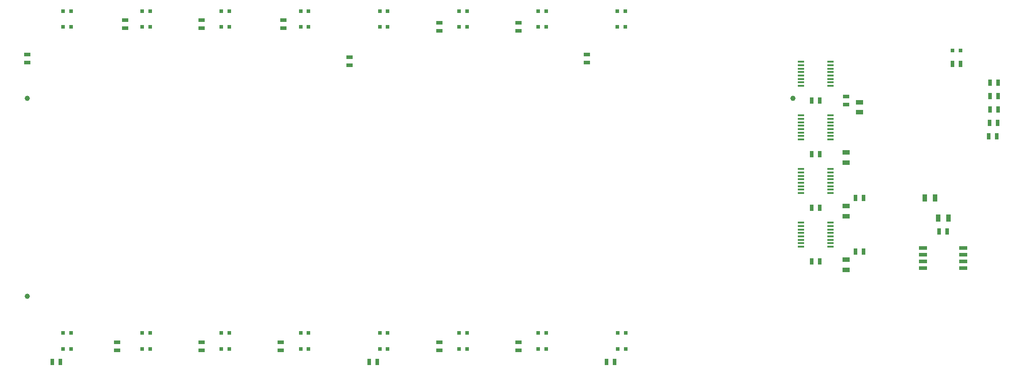
<source format=gtp>
G04 (created by PCBNEW-RS274X (2012-apr-16-27)-stable) date Sun 25 Aug 2013 09:14:28 PM CEST*
G01*
G70*
G90*
%MOIN*%
G04 Gerber Fmt 3.4, Leading zero omitted, Abs format*
%FSLAX34Y34*%
G04 APERTURE LIST*
%ADD10C,0.006000*%
%ADD11R,0.025000X0.045000*%
%ADD12R,0.045000X0.025000*%
%ADD13R,0.059100X0.027600*%
%ADD14R,0.035000X0.055000*%
%ADD15R,0.055000X0.035000*%
%ADD16R,0.031400X0.031400*%
%ADD17R,0.050000X0.015000*%
%ADD18C,0.039400*%
G04 APERTURE END LIST*
G54D10*
G54D11*
X81050Y-38000D03*
X80450Y-38000D03*
X81050Y-34000D03*
X80450Y-34000D03*
G54D12*
X79750Y-27050D03*
X79750Y-26450D03*
G54D11*
X90400Y-29400D03*
X91000Y-29400D03*
X90500Y-27400D03*
X91100Y-27400D03*
X90450Y-28400D03*
X91050Y-28400D03*
X90500Y-26400D03*
X91100Y-26400D03*
X90500Y-25400D03*
X91100Y-25400D03*
G54D13*
X85500Y-37750D03*
X85500Y-38250D03*
X85500Y-38750D03*
X85500Y-39250D03*
X88500Y-39250D03*
X88500Y-38750D03*
X88500Y-38250D03*
X88500Y-37750D03*
G54D14*
X86625Y-35500D03*
X87375Y-35500D03*
X85625Y-34000D03*
X86375Y-34000D03*
G54D11*
X86700Y-36500D03*
X87300Y-36500D03*
G54D15*
X79750Y-30625D03*
X79750Y-31375D03*
G54D11*
X77800Y-30750D03*
X77200Y-30750D03*
X77800Y-26750D03*
X77200Y-26750D03*
G54D15*
X80750Y-26875D03*
X80750Y-27625D03*
X79750Y-34625D03*
X79750Y-35375D03*
G54D11*
X77800Y-34750D03*
X77200Y-34750D03*
X77800Y-38750D03*
X77200Y-38750D03*
G54D15*
X79750Y-38625D03*
X79750Y-39375D03*
G54D11*
X87700Y-24000D03*
X88300Y-24000D03*
G54D16*
X88295Y-23000D03*
X87705Y-23000D03*
G54D17*
X76398Y-27854D03*
X76398Y-28110D03*
X76398Y-28366D03*
X76398Y-28622D03*
X76398Y-28878D03*
X76398Y-29134D03*
X76398Y-29390D03*
X76398Y-29646D03*
X78602Y-29646D03*
X78602Y-29390D03*
X78602Y-29134D03*
X78602Y-28878D03*
X78602Y-28622D03*
X78602Y-28366D03*
X78602Y-28110D03*
X78602Y-27854D03*
X76398Y-23854D03*
X76398Y-24110D03*
X76398Y-24366D03*
X76398Y-24622D03*
X76398Y-24878D03*
X76398Y-25134D03*
X76398Y-25390D03*
X76398Y-25646D03*
X78602Y-25646D03*
X78602Y-25390D03*
X78602Y-25134D03*
X78602Y-24878D03*
X78602Y-24622D03*
X78602Y-24366D03*
X78602Y-24110D03*
X78602Y-23854D03*
X76398Y-31854D03*
X76398Y-32110D03*
X76398Y-32366D03*
X76398Y-32622D03*
X76398Y-32878D03*
X76398Y-33134D03*
X76398Y-33390D03*
X76398Y-33646D03*
X78602Y-33646D03*
X78602Y-33390D03*
X78602Y-33134D03*
X78602Y-32878D03*
X78602Y-32622D03*
X78602Y-32366D03*
X78602Y-32110D03*
X78602Y-31854D03*
X76398Y-35854D03*
X76398Y-36110D03*
X76398Y-36366D03*
X76398Y-36622D03*
X76398Y-36878D03*
X76398Y-37134D03*
X76398Y-37390D03*
X76398Y-37646D03*
X78602Y-37646D03*
X78602Y-37390D03*
X78602Y-37134D03*
X78602Y-36878D03*
X78602Y-36622D03*
X78602Y-36366D03*
X78602Y-36110D03*
X78602Y-35854D03*
G54D16*
X45571Y-21260D03*
X44981Y-21260D03*
X45571Y-20079D03*
X44981Y-20079D03*
G54D12*
X42717Y-24119D03*
X42717Y-23519D03*
X49409Y-21560D03*
X49409Y-20960D03*
G54D16*
X51476Y-20079D03*
X50886Y-20079D03*
X51476Y-21260D03*
X50886Y-21260D03*
X63287Y-21260D03*
X62697Y-21260D03*
X63287Y-20079D03*
X62697Y-20079D03*
G54D12*
X60433Y-23922D03*
X60433Y-23322D03*
X55315Y-21560D03*
X55315Y-20960D03*
G54D16*
X57382Y-20079D03*
X56792Y-20079D03*
X57382Y-21260D03*
X56792Y-21260D03*
X33760Y-21260D03*
X33170Y-21260D03*
X33760Y-20079D03*
X33170Y-20079D03*
G54D12*
X31693Y-21363D03*
X31693Y-20763D03*
X37795Y-21363D03*
X37795Y-20763D03*
G54D16*
X39665Y-20079D03*
X39075Y-20079D03*
X39665Y-21260D03*
X39075Y-21260D03*
X27854Y-21260D03*
X27264Y-21260D03*
X27854Y-20079D03*
X27264Y-20079D03*
G54D12*
X25984Y-21363D03*
X25984Y-20763D03*
X18701Y-23922D03*
X18701Y-23322D03*
G54D16*
X21949Y-20079D03*
X21359Y-20079D03*
X21949Y-21260D03*
X21359Y-21260D03*
X21949Y-44094D03*
X21359Y-44094D03*
X21949Y-45276D03*
X21359Y-45276D03*
G54D11*
X20566Y-46260D03*
X21166Y-46260D03*
G54D12*
X25394Y-45379D03*
X25394Y-44779D03*
G54D16*
X27854Y-45276D03*
X27264Y-45276D03*
X27854Y-44094D03*
X27264Y-44094D03*
X39665Y-44094D03*
X39075Y-44094D03*
X39665Y-45276D03*
X39075Y-45276D03*
G54D12*
X37598Y-45379D03*
X37598Y-44779D03*
X31693Y-45379D03*
X31693Y-44779D03*
G54D16*
X33760Y-45276D03*
X33170Y-45276D03*
X33760Y-44094D03*
X33170Y-44094D03*
X57382Y-44094D03*
X56792Y-44094D03*
X57382Y-45276D03*
X56792Y-45276D03*
G54D12*
X55315Y-45379D03*
X55315Y-44779D03*
G54D11*
X61905Y-46260D03*
X62505Y-46260D03*
G54D16*
X63326Y-45275D03*
X62736Y-45275D03*
X63326Y-44094D03*
X62736Y-44094D03*
X51476Y-44094D03*
X50886Y-44094D03*
X51476Y-45276D03*
X50886Y-45276D03*
G54D12*
X49409Y-45379D03*
X49409Y-44779D03*
G54D11*
X44188Y-46260D03*
X44788Y-46260D03*
G54D16*
X45571Y-45276D03*
X44981Y-45276D03*
X45571Y-44094D03*
X44981Y-44094D03*
G54D18*
X18701Y-41339D03*
X18701Y-26575D03*
X75787Y-26575D03*
M02*

</source>
